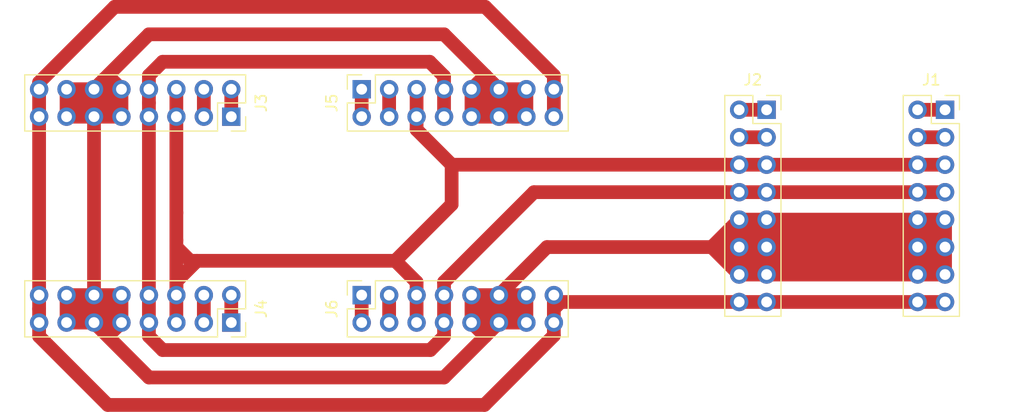
<source format=kicad_pcb>
(kicad_pcb (version 20171130) (host pcbnew "(5.1.0-0)")

  (general
    (thickness 1.6)
    (drawings 0)
    (tracks 122)
    (zones 0)
    (modules 6)
    (nets 17)
  )

  (page A4)
  (layers
    (0 F.Cu signal)
    (31 B.Cu signal)
    (32 B.Adhes user)
    (33 F.Adhes user)
    (34 B.Paste user)
    (35 F.Paste user)
    (36 B.SilkS user)
    (37 F.SilkS user)
    (38 B.Mask user)
    (39 F.Mask user)
    (40 Dwgs.User user)
    (41 Cmts.User user)
    (42 Eco1.User user)
    (43 Eco2.User user)
    (44 Edge.Cuts user)
    (45 Margin user)
    (46 B.CrtYd user)
    (47 F.CrtYd user)
    (48 B.Fab user)
    (49 F.Fab user)
  )

  (setup
    (last_trace_width 0.25)
    (user_trace_width 0.635)
    (user_trace_width 1.27)
    (trace_clearance 0.2)
    (zone_clearance 0.508)
    (zone_45_only no)
    (trace_min 0.2)
    (via_size 0.8)
    (via_drill 0.4)
    (via_min_size 0.4)
    (via_min_drill 0.3)
    (uvia_size 0.3)
    (uvia_drill 0.1)
    (uvias_allowed no)
    (uvia_min_size 0.2)
    (uvia_min_drill 0.1)
    (edge_width 0.05)
    (segment_width 0.2)
    (pcb_text_width 0.3)
    (pcb_text_size 1.5 1.5)
    (mod_edge_width 0.12)
    (mod_text_size 1 1)
    (mod_text_width 0.15)
    (pad_size 1.524 1.524)
    (pad_drill 0.762)
    (pad_to_mask_clearance 0.051)
    (solder_mask_min_width 0.25)
    (aux_axis_origin 0 0)
    (visible_elements FFFFFF7F)
    (pcbplotparams
      (layerselection 0x010fc_ffffffff)
      (usegerberextensions false)
      (usegerberattributes false)
      (usegerberadvancedattributes false)
      (creategerberjobfile false)
      (excludeedgelayer true)
      (linewidth 0.100000)
      (plotframeref false)
      (viasonmask false)
      (mode 1)
      (useauxorigin false)
      (hpglpennumber 1)
      (hpglpenspeed 20)
      (hpglpendiameter 15.000000)
      (psnegative false)
      (psa4output false)
      (plotreference true)
      (plotvalue true)
      (plotinvisibletext false)
      (padsonsilk false)
      (subtractmaskfromsilk false)
      (outputformat 1)
      (mirror false)
      (drillshape 0)
      (scaleselection 1)
      (outputdirectory "gerbers/"))
  )

  (net 0 "")
  (net 1 "Net-(J1-Pad1)")
  (net 2 "Net-(J1-Pad3)")
  (net 3 "Net-(J1-Pad5)")
  (net 4 "Net-(J1-Pad7)")
  (net 5 "Net-(J1-Pad10)")
  (net 6 "Net-(J1-Pad15)")
  (net 7 "Net-(J2-Pad1)")
  (net 8 "Net-(J2-Pad3)")
  (net 9 "Net-(J3-Pad1)")
  (net 10 "Net-(J3-Pad3)")
  (net 11 "Net-(J4-Pad3)")
  (net 12 "Net-(J4-Pad1)")
  (net 13 "Net-(J5-Pad1)")
  (net 14 "Net-(J5-Pad3)")
  (net 15 "Net-(J6-Pad3)")
  (net 16 "Net-(J6-Pad1)")

  (net_class Default "This is the default net class."
    (clearance 0.2)
    (trace_width 0.25)
    (via_dia 0.8)
    (via_drill 0.4)
    (uvia_dia 0.3)
    (uvia_drill 0.1)
    (add_net "Net-(J1-Pad1)")
    (add_net "Net-(J1-Pad10)")
    (add_net "Net-(J1-Pad15)")
    (add_net "Net-(J1-Pad3)")
    (add_net "Net-(J1-Pad5)")
    (add_net "Net-(J1-Pad7)")
    (add_net "Net-(J2-Pad1)")
    (add_net "Net-(J2-Pad3)")
    (add_net "Net-(J3-Pad1)")
    (add_net "Net-(J3-Pad3)")
    (add_net "Net-(J4-Pad1)")
    (add_net "Net-(J4-Pad3)")
    (add_net "Net-(J5-Pad1)")
    (add_net "Net-(J5-Pad3)")
    (add_net "Net-(J6-Pad1)")
    (add_net "Net-(J6-Pad3)")
  )

  (module Connector_PinSocket_2.54mm:PinSocket_2x08_P2.54mm_Vertical (layer F.Cu) (tedit 5A19A42B) (tstamp 5CC1966C)
    (at 101.6 81.28 270)
    (descr "Through hole straight socket strip, 2x08, 2.54mm pitch, double cols (from Kicad 4.0.7), script generated")
    (tags "Through hole socket strip THT 2x08 2.54mm double row")
    (path /5CC28066)
    (fp_text reference J3 (at -1.27 -2.77 270) (layer F.SilkS)
      (effects (font (size 1 1) (thickness 0.15)))
    )
    (fp_text value Conn_02x08_Odd_Even (at -1.27 20.55 270) (layer F.Fab)
      (effects (font (size 1 1) (thickness 0.15)))
    )
    (fp_line (start -3.81 -1.27) (end 0.27 -1.27) (layer F.Fab) (width 0.1))
    (fp_line (start 0.27 -1.27) (end 1.27 -0.27) (layer F.Fab) (width 0.1))
    (fp_line (start 1.27 -0.27) (end 1.27 19.05) (layer F.Fab) (width 0.1))
    (fp_line (start 1.27 19.05) (end -3.81 19.05) (layer F.Fab) (width 0.1))
    (fp_line (start -3.81 19.05) (end -3.81 -1.27) (layer F.Fab) (width 0.1))
    (fp_line (start -3.87 -1.33) (end -1.27 -1.33) (layer F.SilkS) (width 0.12))
    (fp_line (start -3.87 -1.33) (end -3.87 19.11) (layer F.SilkS) (width 0.12))
    (fp_line (start -3.87 19.11) (end 1.33 19.11) (layer F.SilkS) (width 0.12))
    (fp_line (start 1.33 1.27) (end 1.33 19.11) (layer F.SilkS) (width 0.12))
    (fp_line (start -1.27 1.27) (end 1.33 1.27) (layer F.SilkS) (width 0.12))
    (fp_line (start -1.27 -1.33) (end -1.27 1.27) (layer F.SilkS) (width 0.12))
    (fp_line (start 1.33 -1.33) (end 1.33 0) (layer F.SilkS) (width 0.12))
    (fp_line (start 0 -1.33) (end 1.33 -1.33) (layer F.SilkS) (width 0.12))
    (fp_line (start -4.34 -1.8) (end 1.76 -1.8) (layer F.CrtYd) (width 0.05))
    (fp_line (start 1.76 -1.8) (end 1.76 19.55) (layer F.CrtYd) (width 0.05))
    (fp_line (start 1.76 19.55) (end -4.34 19.55) (layer F.CrtYd) (width 0.05))
    (fp_line (start -4.34 19.55) (end -4.34 -1.8) (layer F.CrtYd) (width 0.05))
    (fp_text user %R (at -1.27 8.89) (layer F.Fab)
      (effects (font (size 1 1) (thickness 0.15)))
    )
    (pad 1 thru_hole rect (at 0 0 270) (size 1.7 1.7) (drill 1) (layers *.Cu *.Mask)
      (net 9 "Net-(J3-Pad1)"))
    (pad 2 thru_hole oval (at -2.54 0 270) (size 1.7 1.7) (drill 1) (layers *.Cu *.Mask)
      (net 9 "Net-(J3-Pad1)"))
    (pad 3 thru_hole oval (at 0 2.54 270) (size 1.7 1.7) (drill 1) (layers *.Cu *.Mask)
      (net 10 "Net-(J3-Pad3)"))
    (pad 4 thru_hole oval (at -2.54 2.54 270) (size 1.7 1.7) (drill 1) (layers *.Cu *.Mask)
      (net 10 "Net-(J3-Pad3)"))
    (pad 5 thru_hole oval (at 0 5.08 270) (size 1.7 1.7) (drill 1) (layers *.Cu *.Mask)
      (net 3 "Net-(J1-Pad5)"))
    (pad 6 thru_hole oval (at -2.54 5.08 270) (size 1.7 1.7) (drill 1) (layers *.Cu *.Mask)
      (net 3 "Net-(J1-Pad5)"))
    (pad 7 thru_hole oval (at 0 7.62 270) (size 1.7 1.7) (drill 1) (layers *.Cu *.Mask)
      (net 4 "Net-(J1-Pad7)"))
    (pad 8 thru_hole oval (at -2.54 7.62 270) (size 1.7 1.7) (drill 1) (layers *.Cu *.Mask)
      (net 4 "Net-(J1-Pad7)"))
    (pad 9 thru_hole oval (at 0 10.16 270) (size 1.7 1.7) (drill 1) (layers *.Cu *.Mask)
      (net 5 "Net-(J1-Pad10)"))
    (pad 10 thru_hole oval (at -2.54 10.16 270) (size 1.7 1.7) (drill 1) (layers *.Cu *.Mask)
      (net 5 "Net-(J1-Pad10)"))
    (pad 11 thru_hole oval (at 0 12.7 270) (size 1.7 1.7) (drill 1) (layers *.Cu *.Mask)
      (net 5 "Net-(J1-Pad10)"))
    (pad 12 thru_hole oval (at -2.54 12.7 270) (size 1.7 1.7) (drill 1) (layers *.Cu *.Mask)
      (net 5 "Net-(J1-Pad10)"))
    (pad 13 thru_hole oval (at 0 15.24 270) (size 1.7 1.7) (drill 1) (layers *.Cu *.Mask)
      (net 5 "Net-(J1-Pad10)"))
    (pad 14 thru_hole oval (at -2.54 15.24 270) (size 1.7 1.7) (drill 1) (layers *.Cu *.Mask)
      (net 5 "Net-(J1-Pad10)"))
    (pad 15 thru_hole oval (at 0 17.78 270) (size 1.7 1.7) (drill 1) (layers *.Cu *.Mask)
      (net 6 "Net-(J1-Pad15)"))
    (pad 16 thru_hole oval (at -2.54 17.78 270) (size 1.7 1.7) (drill 1) (layers *.Cu *.Mask)
      (net 6 "Net-(J1-Pad15)"))
    (model ${KISYS3DMOD}/Connector_PinSocket_2.54mm.3dshapes/PinSocket_2x08_P2.54mm_Vertical.wrl
      (at (xyz 0 0 0))
      (scale (xyz 1 1 1))
      (rotate (xyz 0 0 0))
    )
  )

  (module Connector_PinSocket_2.54mm:PinSocket_2x08_P2.54mm_Vertical (layer F.Cu) (tedit 5A19A42B) (tstamp 5CC19692)
    (at 101.6 100.33 270)
    (descr "Through hole straight socket strip, 2x08, 2.54mm pitch, double cols (from Kicad 4.0.7), script generated")
    (tags "Through hole socket strip THT 2x08 2.54mm double row")
    (path /5CC20F9D)
    (fp_text reference J4 (at -1.27 -2.77 270) (layer F.SilkS)
      (effects (font (size 1 1) (thickness 0.15)))
    )
    (fp_text value Conn_02x08_Odd_Even (at -1.27 20.55 270) (layer F.Fab)
      (effects (font (size 1 1) (thickness 0.15)))
    )
    (fp_text user %R (at -1.27 8.89) (layer F.Fab)
      (effects (font (size 1 1) (thickness 0.15)))
    )
    (fp_line (start -4.34 19.55) (end -4.34 -1.8) (layer F.CrtYd) (width 0.05))
    (fp_line (start 1.76 19.55) (end -4.34 19.55) (layer F.CrtYd) (width 0.05))
    (fp_line (start 1.76 -1.8) (end 1.76 19.55) (layer F.CrtYd) (width 0.05))
    (fp_line (start -4.34 -1.8) (end 1.76 -1.8) (layer F.CrtYd) (width 0.05))
    (fp_line (start 0 -1.33) (end 1.33 -1.33) (layer F.SilkS) (width 0.12))
    (fp_line (start 1.33 -1.33) (end 1.33 0) (layer F.SilkS) (width 0.12))
    (fp_line (start -1.27 -1.33) (end -1.27 1.27) (layer F.SilkS) (width 0.12))
    (fp_line (start -1.27 1.27) (end 1.33 1.27) (layer F.SilkS) (width 0.12))
    (fp_line (start 1.33 1.27) (end 1.33 19.11) (layer F.SilkS) (width 0.12))
    (fp_line (start -3.87 19.11) (end 1.33 19.11) (layer F.SilkS) (width 0.12))
    (fp_line (start -3.87 -1.33) (end -3.87 19.11) (layer F.SilkS) (width 0.12))
    (fp_line (start -3.87 -1.33) (end -1.27 -1.33) (layer F.SilkS) (width 0.12))
    (fp_line (start -3.81 19.05) (end -3.81 -1.27) (layer F.Fab) (width 0.1))
    (fp_line (start 1.27 19.05) (end -3.81 19.05) (layer F.Fab) (width 0.1))
    (fp_line (start 1.27 -0.27) (end 1.27 19.05) (layer F.Fab) (width 0.1))
    (fp_line (start 0.27 -1.27) (end 1.27 -0.27) (layer F.Fab) (width 0.1))
    (fp_line (start -3.81 -1.27) (end 0.27 -1.27) (layer F.Fab) (width 0.1))
    (pad 16 thru_hole oval (at -2.54 17.78 270) (size 1.7 1.7) (drill 1) (layers *.Cu *.Mask)
      (net 6 "Net-(J1-Pad15)"))
    (pad 15 thru_hole oval (at 0 17.78 270) (size 1.7 1.7) (drill 1) (layers *.Cu *.Mask)
      (net 6 "Net-(J1-Pad15)"))
    (pad 14 thru_hole oval (at -2.54 15.24 270) (size 1.7 1.7) (drill 1) (layers *.Cu *.Mask)
      (net 5 "Net-(J1-Pad10)"))
    (pad 13 thru_hole oval (at 0 15.24 270) (size 1.7 1.7) (drill 1) (layers *.Cu *.Mask)
      (net 5 "Net-(J1-Pad10)"))
    (pad 12 thru_hole oval (at -2.54 12.7 270) (size 1.7 1.7) (drill 1) (layers *.Cu *.Mask)
      (net 5 "Net-(J1-Pad10)"))
    (pad 11 thru_hole oval (at 0 12.7 270) (size 1.7 1.7) (drill 1) (layers *.Cu *.Mask)
      (net 5 "Net-(J1-Pad10)"))
    (pad 10 thru_hole oval (at -2.54 10.16 270) (size 1.7 1.7) (drill 1) (layers *.Cu *.Mask)
      (net 5 "Net-(J1-Pad10)"))
    (pad 9 thru_hole oval (at 0 10.16 270) (size 1.7 1.7) (drill 1) (layers *.Cu *.Mask)
      (net 5 "Net-(J1-Pad10)"))
    (pad 8 thru_hole oval (at -2.54 7.62 270) (size 1.7 1.7) (drill 1) (layers *.Cu *.Mask)
      (net 4 "Net-(J1-Pad7)"))
    (pad 7 thru_hole oval (at 0 7.62 270) (size 1.7 1.7) (drill 1) (layers *.Cu *.Mask)
      (net 4 "Net-(J1-Pad7)"))
    (pad 6 thru_hole oval (at -2.54 5.08 270) (size 1.7 1.7) (drill 1) (layers *.Cu *.Mask)
      (net 3 "Net-(J1-Pad5)"))
    (pad 5 thru_hole oval (at 0 5.08 270) (size 1.7 1.7) (drill 1) (layers *.Cu *.Mask)
      (net 3 "Net-(J1-Pad5)"))
    (pad 4 thru_hole oval (at -2.54 2.54 270) (size 1.7 1.7) (drill 1) (layers *.Cu *.Mask)
      (net 11 "Net-(J4-Pad3)"))
    (pad 3 thru_hole oval (at 0 2.54 270) (size 1.7 1.7) (drill 1) (layers *.Cu *.Mask)
      (net 11 "Net-(J4-Pad3)"))
    (pad 2 thru_hole oval (at -2.54 0 270) (size 1.7 1.7) (drill 1) (layers *.Cu *.Mask)
      (net 12 "Net-(J4-Pad1)"))
    (pad 1 thru_hole rect (at 0 0 270) (size 1.7 1.7) (drill 1) (layers *.Cu *.Mask)
      (net 12 "Net-(J4-Pad1)"))
    (model ${KISYS3DMOD}/Connector_PinSocket_2.54mm.3dshapes/PinSocket_2x08_P2.54mm_Vertical.wrl
      (at (xyz 0 0 0))
      (scale (xyz 1 1 1))
      (rotate (xyz 0 0 0))
    )
  )

  (module Connector_PinSocket_2.54mm:PinSocket_2x08_P2.54mm_Vertical (layer F.Cu) (tedit 5A19A42B) (tstamp 5CC1ACD9)
    (at 167.64 80.645)
    (descr "Through hole straight socket strip, 2x08, 2.54mm pitch, double cols (from Kicad 4.0.7), script generated")
    (tags "Through hole socket strip THT 2x08 2.54mm double row")
    (path /5CC2B341)
    (fp_text reference J1 (at -1.27 -2.77) (layer F.SilkS)
      (effects (font (size 1 1) (thickness 0.15)))
    )
    (fp_text value Conn_02x08_Odd_Even (at -1.27 20.55) (layer F.Fab)
      (effects (font (size 1 1) (thickness 0.15)))
    )
    (fp_line (start -3.81 -1.27) (end 0.27 -1.27) (layer F.Fab) (width 0.1))
    (fp_line (start 0.27 -1.27) (end 1.27 -0.27) (layer F.Fab) (width 0.1))
    (fp_line (start 1.27 -0.27) (end 1.27 19.05) (layer F.Fab) (width 0.1))
    (fp_line (start 1.27 19.05) (end -3.81 19.05) (layer F.Fab) (width 0.1))
    (fp_line (start -3.81 19.05) (end -3.81 -1.27) (layer F.Fab) (width 0.1))
    (fp_line (start -3.87 -1.33) (end -1.27 -1.33) (layer F.SilkS) (width 0.12))
    (fp_line (start -3.87 -1.33) (end -3.87 19.11) (layer F.SilkS) (width 0.12))
    (fp_line (start -3.87 19.11) (end 1.33 19.11) (layer F.SilkS) (width 0.12))
    (fp_line (start 1.33 1.27) (end 1.33 19.11) (layer F.SilkS) (width 0.12))
    (fp_line (start -1.27 1.27) (end 1.33 1.27) (layer F.SilkS) (width 0.12))
    (fp_line (start -1.27 -1.33) (end -1.27 1.27) (layer F.SilkS) (width 0.12))
    (fp_line (start 1.33 -1.33) (end 1.33 0) (layer F.SilkS) (width 0.12))
    (fp_line (start 0 -1.33) (end 1.33 -1.33) (layer F.SilkS) (width 0.12))
    (fp_line (start -4.34 -1.8) (end 1.76 -1.8) (layer F.CrtYd) (width 0.05))
    (fp_line (start 1.76 -1.8) (end 1.76 19.55) (layer F.CrtYd) (width 0.05))
    (fp_line (start 1.76 19.55) (end -4.34 19.55) (layer F.CrtYd) (width 0.05))
    (fp_line (start -4.34 19.55) (end -4.34 -1.8) (layer F.CrtYd) (width 0.05))
    (fp_text user %R (at -1.27 8.89 90) (layer F.Fab)
      (effects (font (size 1 1) (thickness 0.15)))
    )
    (pad 1 thru_hole rect (at 0 0) (size 1.7 1.7) (drill 1) (layers *.Cu *.Mask)
      (net 1 "Net-(J1-Pad1)"))
    (pad 2 thru_hole oval (at -2.54 0) (size 1.7 1.7) (drill 1) (layers *.Cu *.Mask)
      (net 1 "Net-(J1-Pad1)"))
    (pad 3 thru_hole oval (at 0 2.54) (size 1.7 1.7) (drill 1) (layers *.Cu *.Mask)
      (net 2 "Net-(J1-Pad3)"))
    (pad 4 thru_hole oval (at -2.54 2.54) (size 1.7 1.7) (drill 1) (layers *.Cu *.Mask)
      (net 2 "Net-(J1-Pad3)"))
    (pad 5 thru_hole oval (at 0 5.08) (size 1.7 1.7) (drill 1) (layers *.Cu *.Mask)
      (net 3 "Net-(J1-Pad5)"))
    (pad 6 thru_hole oval (at -2.54 5.08) (size 1.7 1.7) (drill 1) (layers *.Cu *.Mask)
      (net 3 "Net-(J1-Pad5)"))
    (pad 7 thru_hole oval (at 0 7.62) (size 1.7 1.7) (drill 1) (layers *.Cu *.Mask)
      (net 4 "Net-(J1-Pad7)"))
    (pad 8 thru_hole oval (at -2.54 7.62) (size 1.7 1.7) (drill 1) (layers *.Cu *.Mask)
      (net 4 "Net-(J1-Pad7)"))
    (pad 9 thru_hole oval (at 0 10.16) (size 1.7 1.7) (drill 1) (layers *.Cu *.Mask)
      (net 5 "Net-(J1-Pad10)"))
    (pad 10 thru_hole oval (at -2.54 10.16) (size 1.7 1.7) (drill 1) (layers *.Cu *.Mask)
      (net 5 "Net-(J1-Pad10)"))
    (pad 11 thru_hole oval (at 0 12.7) (size 1.7 1.7) (drill 1) (layers *.Cu *.Mask)
      (net 5 "Net-(J1-Pad10)"))
    (pad 12 thru_hole oval (at -2.54 12.7) (size 1.7 1.7) (drill 1) (layers *.Cu *.Mask)
      (net 5 "Net-(J1-Pad10)"))
    (pad 13 thru_hole oval (at 0 15.24) (size 1.7 1.7) (drill 1) (layers *.Cu *.Mask)
      (net 5 "Net-(J1-Pad10)"))
    (pad 14 thru_hole oval (at -2.54 15.24) (size 1.7 1.7) (drill 1) (layers *.Cu *.Mask)
      (net 5 "Net-(J1-Pad10)"))
    (pad 15 thru_hole oval (at 0 17.78) (size 1.7 1.7) (drill 1) (layers *.Cu *.Mask)
      (net 6 "Net-(J1-Pad15)"))
    (pad 16 thru_hole oval (at -2.54 17.78) (size 1.7 1.7) (drill 1) (layers *.Cu *.Mask)
      (net 6 "Net-(J1-Pad15)"))
    (model ${KISYS3DMOD}/Connector_PinSocket_2.54mm.3dshapes/PinSocket_2x08_P2.54mm_Vertical.wrl
      (at (xyz 0 0 0))
      (scale (xyz 1 1 1))
      (rotate (xyz 0 0 0))
    )
  )

  (module Connector_PinSocket_2.54mm:PinSocket_2x08_P2.54mm_Vertical (layer F.Cu) (tedit 5A19A42B) (tstamp 5CC1EB31)
    (at 113.665 78.74 90)
    (descr "Through hole straight socket strip, 2x08, 2.54mm pitch, double cols (from Kicad 4.0.7), script generated")
    (tags "Through hole socket strip THT 2x08 2.54mm double row")
    (path /5CC660E8)
    (fp_text reference J5 (at -1.27 -2.77 90) (layer F.SilkS)
      (effects (font (size 1 1) (thickness 0.15)))
    )
    (fp_text value Conn_02x08_Odd_Even (at -1.27 20.55 90) (layer F.Fab)
      (effects (font (size 1 1) (thickness 0.15)))
    )
    (fp_line (start -3.81 -1.27) (end 0.27 -1.27) (layer F.Fab) (width 0.1))
    (fp_line (start 0.27 -1.27) (end 1.27 -0.27) (layer F.Fab) (width 0.1))
    (fp_line (start 1.27 -0.27) (end 1.27 19.05) (layer F.Fab) (width 0.1))
    (fp_line (start 1.27 19.05) (end -3.81 19.05) (layer F.Fab) (width 0.1))
    (fp_line (start -3.81 19.05) (end -3.81 -1.27) (layer F.Fab) (width 0.1))
    (fp_line (start -3.87 -1.33) (end -1.27 -1.33) (layer F.SilkS) (width 0.12))
    (fp_line (start -3.87 -1.33) (end -3.87 19.11) (layer F.SilkS) (width 0.12))
    (fp_line (start -3.87 19.11) (end 1.33 19.11) (layer F.SilkS) (width 0.12))
    (fp_line (start 1.33 1.27) (end 1.33 19.11) (layer F.SilkS) (width 0.12))
    (fp_line (start -1.27 1.27) (end 1.33 1.27) (layer F.SilkS) (width 0.12))
    (fp_line (start -1.27 -1.33) (end -1.27 1.27) (layer F.SilkS) (width 0.12))
    (fp_line (start 1.33 -1.33) (end 1.33 0) (layer F.SilkS) (width 0.12))
    (fp_line (start 0 -1.33) (end 1.33 -1.33) (layer F.SilkS) (width 0.12))
    (fp_line (start -4.34 -1.8) (end 1.76 -1.8) (layer F.CrtYd) (width 0.05))
    (fp_line (start 1.76 -1.8) (end 1.76 19.55) (layer F.CrtYd) (width 0.05))
    (fp_line (start 1.76 19.55) (end -4.34 19.55) (layer F.CrtYd) (width 0.05))
    (fp_line (start -4.34 19.55) (end -4.34 -1.8) (layer F.CrtYd) (width 0.05))
    (fp_text user %R (at -1.27 8.89 180) (layer F.Fab)
      (effects (font (size 1 1) (thickness 0.15)))
    )
    (pad 1 thru_hole rect (at 0 0 90) (size 1.7 1.7) (drill 1) (layers *.Cu *.Mask)
      (net 13 "Net-(J5-Pad1)"))
    (pad 2 thru_hole oval (at -2.54 0 90) (size 1.7 1.7) (drill 1) (layers *.Cu *.Mask)
      (net 13 "Net-(J5-Pad1)"))
    (pad 3 thru_hole oval (at 0 2.54 90) (size 1.7 1.7) (drill 1) (layers *.Cu *.Mask)
      (net 14 "Net-(J5-Pad3)"))
    (pad 4 thru_hole oval (at -2.54 2.54 90) (size 1.7 1.7) (drill 1) (layers *.Cu *.Mask)
      (net 14 "Net-(J5-Pad3)"))
    (pad 5 thru_hole oval (at 0 5.08 90) (size 1.7 1.7) (drill 1) (layers *.Cu *.Mask)
      (net 3 "Net-(J1-Pad5)"))
    (pad 6 thru_hole oval (at -2.54 5.08 90) (size 1.7 1.7) (drill 1) (layers *.Cu *.Mask)
      (net 3 "Net-(J1-Pad5)"))
    (pad 7 thru_hole oval (at 0 7.62 90) (size 1.7 1.7) (drill 1) (layers *.Cu *.Mask)
      (net 4 "Net-(J1-Pad7)"))
    (pad 8 thru_hole oval (at -2.54 7.62 90) (size 1.7 1.7) (drill 1) (layers *.Cu *.Mask)
      (net 4 "Net-(J1-Pad7)"))
    (pad 9 thru_hole oval (at 0 10.16 90) (size 1.7 1.7) (drill 1) (layers *.Cu *.Mask)
      (net 5 "Net-(J1-Pad10)"))
    (pad 10 thru_hole oval (at -2.54 10.16 90) (size 1.7 1.7) (drill 1) (layers *.Cu *.Mask)
      (net 5 "Net-(J1-Pad10)"))
    (pad 11 thru_hole oval (at 0 12.7 90) (size 1.7 1.7) (drill 1) (layers *.Cu *.Mask)
      (net 5 "Net-(J1-Pad10)"))
    (pad 12 thru_hole oval (at -2.54 12.7 90) (size 1.7 1.7) (drill 1) (layers *.Cu *.Mask)
      (net 5 "Net-(J1-Pad10)"))
    (pad 13 thru_hole oval (at 0 15.24 90) (size 1.7 1.7) (drill 1) (layers *.Cu *.Mask)
      (net 5 "Net-(J1-Pad10)"))
    (pad 14 thru_hole oval (at -2.54 15.24 90) (size 1.7 1.7) (drill 1) (layers *.Cu *.Mask)
      (net 5 "Net-(J1-Pad10)"))
    (pad 15 thru_hole oval (at 0 17.78 90) (size 1.7 1.7) (drill 1) (layers *.Cu *.Mask)
      (net 6 "Net-(J1-Pad15)"))
    (pad 16 thru_hole oval (at -2.54 17.78 90) (size 1.7 1.7) (drill 1) (layers *.Cu *.Mask)
      (net 6 "Net-(J1-Pad15)"))
    (model ${KISYS3DMOD}/Connector_PinSocket_2.54mm.3dshapes/PinSocket_2x08_P2.54mm_Vertical.wrl
      (at (xyz 0 0 0))
      (scale (xyz 1 1 1))
      (rotate (xyz 0 0 0))
    )
  )

  (module Connector_PinSocket_2.54mm:PinSocket_2x08_P2.54mm_Vertical (layer F.Cu) (tedit 5A19A42B) (tstamp 5CC196DE)
    (at 113.665 97.79 90)
    (descr "Through hole straight socket strip, 2x08, 2.54mm pitch, double cols (from Kicad 4.0.7), script generated")
    (tags "Through hole socket strip THT 2x08 2.54mm double row")
    (path /5CC6612A)
    (fp_text reference J6 (at -1.27 -2.77 90) (layer F.SilkS)
      (effects (font (size 1 1) (thickness 0.15)))
    )
    (fp_text value Conn_02x08_Odd_Even (at -1.27 20.55 90) (layer F.Fab)
      (effects (font (size 1 1) (thickness 0.15)))
    )
    (fp_text user %R (at -1.27 8.89 180) (layer F.Fab)
      (effects (font (size 1 1) (thickness 0.15)))
    )
    (fp_line (start -4.34 19.55) (end -4.34 -1.8) (layer F.CrtYd) (width 0.05))
    (fp_line (start 1.76 19.55) (end -4.34 19.55) (layer F.CrtYd) (width 0.05))
    (fp_line (start 1.76 -1.8) (end 1.76 19.55) (layer F.CrtYd) (width 0.05))
    (fp_line (start -4.34 -1.8) (end 1.76 -1.8) (layer F.CrtYd) (width 0.05))
    (fp_line (start 0 -1.33) (end 1.33 -1.33) (layer F.SilkS) (width 0.12))
    (fp_line (start 1.33 -1.33) (end 1.33 0) (layer F.SilkS) (width 0.12))
    (fp_line (start -1.27 -1.33) (end -1.27 1.27) (layer F.SilkS) (width 0.12))
    (fp_line (start -1.27 1.27) (end 1.33 1.27) (layer F.SilkS) (width 0.12))
    (fp_line (start 1.33 1.27) (end 1.33 19.11) (layer F.SilkS) (width 0.12))
    (fp_line (start -3.87 19.11) (end 1.33 19.11) (layer F.SilkS) (width 0.12))
    (fp_line (start -3.87 -1.33) (end -3.87 19.11) (layer F.SilkS) (width 0.12))
    (fp_line (start -3.87 -1.33) (end -1.27 -1.33) (layer F.SilkS) (width 0.12))
    (fp_line (start -3.81 19.05) (end -3.81 -1.27) (layer F.Fab) (width 0.1))
    (fp_line (start 1.27 19.05) (end -3.81 19.05) (layer F.Fab) (width 0.1))
    (fp_line (start 1.27 -0.27) (end 1.27 19.05) (layer F.Fab) (width 0.1))
    (fp_line (start 0.27 -1.27) (end 1.27 -0.27) (layer F.Fab) (width 0.1))
    (fp_line (start -3.81 -1.27) (end 0.27 -1.27) (layer F.Fab) (width 0.1))
    (pad 16 thru_hole oval (at -2.54 17.78 90) (size 1.7 1.7) (drill 1) (layers *.Cu *.Mask)
      (net 6 "Net-(J1-Pad15)"))
    (pad 15 thru_hole oval (at 0 17.78 90) (size 1.7 1.7) (drill 1) (layers *.Cu *.Mask)
      (net 6 "Net-(J1-Pad15)"))
    (pad 14 thru_hole oval (at -2.54 15.24 90) (size 1.7 1.7) (drill 1) (layers *.Cu *.Mask)
      (net 5 "Net-(J1-Pad10)"))
    (pad 13 thru_hole oval (at 0 15.24 90) (size 1.7 1.7) (drill 1) (layers *.Cu *.Mask)
      (net 5 "Net-(J1-Pad10)"))
    (pad 12 thru_hole oval (at -2.54 12.7 90) (size 1.7 1.7) (drill 1) (layers *.Cu *.Mask)
      (net 5 "Net-(J1-Pad10)"))
    (pad 11 thru_hole oval (at 0 12.7 90) (size 1.7 1.7) (drill 1) (layers *.Cu *.Mask)
      (net 5 "Net-(J1-Pad10)"))
    (pad 10 thru_hole oval (at -2.54 10.16 90) (size 1.7 1.7) (drill 1) (layers *.Cu *.Mask)
      (net 5 "Net-(J1-Pad10)"))
    (pad 9 thru_hole oval (at 0 10.16 90) (size 1.7 1.7) (drill 1) (layers *.Cu *.Mask)
      (net 5 "Net-(J1-Pad10)"))
    (pad 8 thru_hole oval (at -2.54 7.62 90) (size 1.7 1.7) (drill 1) (layers *.Cu *.Mask)
      (net 4 "Net-(J1-Pad7)"))
    (pad 7 thru_hole oval (at 0 7.62 90) (size 1.7 1.7) (drill 1) (layers *.Cu *.Mask)
      (net 4 "Net-(J1-Pad7)"))
    (pad 6 thru_hole oval (at -2.54 5.08 90) (size 1.7 1.7) (drill 1) (layers *.Cu *.Mask)
      (net 3 "Net-(J1-Pad5)"))
    (pad 5 thru_hole oval (at 0 5.08 90) (size 1.7 1.7) (drill 1) (layers *.Cu *.Mask)
      (net 3 "Net-(J1-Pad5)"))
    (pad 4 thru_hole oval (at -2.54 2.54 90) (size 1.7 1.7) (drill 1) (layers *.Cu *.Mask)
      (net 15 "Net-(J6-Pad3)"))
    (pad 3 thru_hole oval (at 0 2.54 90) (size 1.7 1.7) (drill 1) (layers *.Cu *.Mask)
      (net 15 "Net-(J6-Pad3)"))
    (pad 2 thru_hole oval (at -2.54 0 90) (size 1.7 1.7) (drill 1) (layers *.Cu *.Mask)
      (net 16 "Net-(J6-Pad1)"))
    (pad 1 thru_hole rect (at 0 0 90) (size 1.7 1.7) (drill 1) (layers *.Cu *.Mask)
      (net 16 "Net-(J6-Pad1)"))
    (model ${KISYS3DMOD}/Connector_PinSocket_2.54mm.3dshapes/PinSocket_2x08_P2.54mm_Vertical.wrl
      (at (xyz 0 0 0))
      (scale (xyz 1 1 1))
      (rotate (xyz 0 0 0))
    )
  )

  (module Connector_PinSocket_2.54mm:PinSocket_2x08_P2.54mm_Vertical (layer F.Cu) (tedit 5A19A42B) (tstamp 5CC1E93F)
    (at 151.13 80.645)
    (descr "Through hole straight socket strip, 2x08, 2.54mm pitch, double cols (from Kicad 4.0.7), script generated")
    (tags "Through hole socket strip THT 2x08 2.54mm double row")
    (path /5CC2B337)
    (fp_text reference J2 (at -1.27 -2.77) (layer F.SilkS)
      (effects (font (size 1 1) (thickness 0.15)))
    )
    (fp_text value Conn_02x08_Odd_Even (at -1.27 20.55) (layer F.Fab)
      (effects (font (size 1 1) (thickness 0.15)))
    )
    (fp_line (start -3.81 -1.27) (end 0.27 -1.27) (layer F.Fab) (width 0.1))
    (fp_line (start 0.27 -1.27) (end 1.27 -0.27) (layer F.Fab) (width 0.1))
    (fp_line (start 1.27 -0.27) (end 1.27 19.05) (layer F.Fab) (width 0.1))
    (fp_line (start 1.27 19.05) (end -3.81 19.05) (layer F.Fab) (width 0.1))
    (fp_line (start -3.81 19.05) (end -3.81 -1.27) (layer F.Fab) (width 0.1))
    (fp_line (start -3.87 -1.33) (end -1.27 -1.33) (layer F.SilkS) (width 0.12))
    (fp_line (start -3.87 -1.33) (end -3.87 19.11) (layer F.SilkS) (width 0.12))
    (fp_line (start -3.87 19.11) (end 1.33 19.11) (layer F.SilkS) (width 0.12))
    (fp_line (start 1.33 1.27) (end 1.33 19.11) (layer F.SilkS) (width 0.12))
    (fp_line (start -1.27 1.27) (end 1.33 1.27) (layer F.SilkS) (width 0.12))
    (fp_line (start -1.27 -1.33) (end -1.27 1.27) (layer F.SilkS) (width 0.12))
    (fp_line (start 1.33 -1.33) (end 1.33 0) (layer F.SilkS) (width 0.12))
    (fp_line (start 0 -1.33) (end 1.33 -1.33) (layer F.SilkS) (width 0.12))
    (fp_line (start -4.34 -1.8) (end 1.76 -1.8) (layer F.CrtYd) (width 0.05))
    (fp_line (start 1.76 -1.8) (end 1.76 19.55) (layer F.CrtYd) (width 0.05))
    (fp_line (start 1.76 19.55) (end -4.34 19.55) (layer F.CrtYd) (width 0.05))
    (fp_line (start -4.34 19.55) (end -4.34 -1.8) (layer F.CrtYd) (width 0.05))
    (fp_text user %R (at -1.27 8.89 90) (layer F.Fab)
      (effects (font (size 1 1) (thickness 0.15)))
    )
    (pad 1 thru_hole rect (at 0 0) (size 1.7 1.7) (drill 1) (layers *.Cu *.Mask)
      (net 7 "Net-(J2-Pad1)"))
    (pad 2 thru_hole oval (at -2.54 0) (size 1.7 1.7) (drill 1) (layers *.Cu *.Mask)
      (net 7 "Net-(J2-Pad1)"))
    (pad 3 thru_hole oval (at 0 2.54) (size 1.7 1.7) (drill 1) (layers *.Cu *.Mask)
      (net 8 "Net-(J2-Pad3)"))
    (pad 4 thru_hole oval (at -2.54 2.54) (size 1.7 1.7) (drill 1) (layers *.Cu *.Mask)
      (net 8 "Net-(J2-Pad3)"))
    (pad 5 thru_hole oval (at 0 5.08) (size 1.7 1.7) (drill 1) (layers *.Cu *.Mask)
      (net 3 "Net-(J1-Pad5)"))
    (pad 6 thru_hole oval (at -2.54 5.08) (size 1.7 1.7) (drill 1) (layers *.Cu *.Mask)
      (net 3 "Net-(J1-Pad5)"))
    (pad 7 thru_hole oval (at 0 7.62) (size 1.7 1.7) (drill 1) (layers *.Cu *.Mask)
      (net 4 "Net-(J1-Pad7)"))
    (pad 8 thru_hole oval (at -2.54 7.62) (size 1.7 1.7) (drill 1) (layers *.Cu *.Mask)
      (net 4 "Net-(J1-Pad7)"))
    (pad 9 thru_hole oval (at 0 10.16) (size 1.7 1.7) (drill 1) (layers *.Cu *.Mask)
      (net 5 "Net-(J1-Pad10)"))
    (pad 10 thru_hole oval (at -2.54 10.16) (size 1.7 1.7) (drill 1) (layers *.Cu *.Mask)
      (net 5 "Net-(J1-Pad10)"))
    (pad 11 thru_hole oval (at 0 12.7) (size 1.7 1.7) (drill 1) (layers *.Cu *.Mask)
      (net 5 "Net-(J1-Pad10)"))
    (pad 12 thru_hole oval (at -2.54 12.7) (size 1.7 1.7) (drill 1) (layers *.Cu *.Mask)
      (net 5 "Net-(J1-Pad10)"))
    (pad 13 thru_hole oval (at 0 15.24) (size 1.7 1.7) (drill 1) (layers *.Cu *.Mask)
      (net 5 "Net-(J1-Pad10)"))
    (pad 14 thru_hole oval (at -2.54 15.24) (size 1.7 1.7) (drill 1) (layers *.Cu *.Mask)
      (net 5 "Net-(J1-Pad10)"))
    (pad 15 thru_hole oval (at 0 17.78) (size 1.7 1.7) (drill 1) (layers *.Cu *.Mask)
      (net 6 "Net-(J1-Pad15)"))
    (pad 16 thru_hole oval (at -2.54 17.78) (size 1.7 1.7) (drill 1) (layers *.Cu *.Mask)
      (net 6 "Net-(J1-Pad15)"))
    (model ${KISYS3DMOD}/Connector_PinSocket_2.54mm.3dshapes/PinSocket_2x08_P2.54mm_Vertical.wrl
      (at (xyz 0 0 0))
      (scale (xyz 1 1 1))
      (rotate (xyz 0 0 0))
    )
  )

  (segment (start 165.1 80.645) (end 167.64 80.645) (width 1.27) (layer F.Cu) (net 1))
  (segment (start 165.1 83.185) (end 167.64 83.185) (width 1.27) (layer F.Cu) (net 2))
  (segment (start 165.1 85.725) (end 167.64 85.725) (width 1.27) (layer F.Cu) (net 3))
  (segment (start 148.59 85.725) (end 151.13 85.725) (width 1.27) (layer F.Cu) (net 3))
  (segment (start 96.52 78.74) (end 96.52 81.28) (width 1.27) (layer F.Cu) (net 3))
  (segment (start 96.52 97.79) (end 96.52 100.33) (width 1.27) (layer F.Cu) (net 3))
  (segment (start 118.745 78.74) (end 118.745 81.28) (width 1.27) (layer F.Cu) (net 3))
  (segment (start 118.745 97.79) (end 118.745 100.33) (width 1.27) (layer F.Cu) (net 3))
  (segment (start 96.52 90.17) (end 96.52 81.28) (width 1.27) (layer F.Cu) (net 3))
  (segment (start 96.52 92.71) (end 96.52 90.17) (width 1.27) (layer F.Cu) (net 3))
  (segment (start 147.387919 85.725) (end 148.59 85.725) (width 1.27) (layer F.Cu) (net 3))
  (segment (start 118.745 82.482081) (end 121.987919 85.725) (width 1.27) (layer F.Cu) (net 3))
  (segment (start 121.987919 85.725) (end 147.387919 85.725) (width 1.27) (layer F.Cu) (net 3))
  (segment (start 118.745 81.28) (end 118.745 82.482081) (width 1.27) (layer F.Cu) (net 3))
  (segment (start 96.52 96.52) (end 96.52 97.79) (width 1.27) (layer F.Cu) (net 3))
  (segment (start 98.425 94.615) (end 96.52 96.52) (width 1.27) (layer F.Cu) (net 3))
  (segment (start 116.772081 94.615) (end 98.425 94.615) (width 1.27) (layer F.Cu) (net 3))
  (segment (start 118.745 96.587919) (end 116.772081 94.615) (width 1.27) (layer F.Cu) (net 3))
  (segment (start 118.745 97.79) (end 118.745 96.587919) (width 1.27) (layer F.Cu) (net 3))
  (segment (start 97.79 94.615) (end 96.52 93.345) (width 1.27) (layer F.Cu) (net 3))
  (segment (start 96.52 93.345) (end 96.52 92.71) (width 1.27) (layer F.Cu) (net 3))
  (segment (start 98.425 94.615) (end 97.79 94.615) (width 1.27) (layer F.Cu) (net 3))
  (segment (start 96.52 97.79) (end 96.52 93.345) (width 1.27) (layer F.Cu) (net 3))
  (segment (start 121.987919 89.399162) (end 116.772081 94.615) (width 1.27) (layer F.Cu) (net 3))
  (segment (start 121.987919 85.725) (end 121.987919 89.399162) (width 1.27) (layer F.Cu) (net 3))
  (segment (start 151.13 85.725) (end 165.1 85.725) (width 1.27) (layer F.Cu) (net 3))
  (segment (start 167.64 88.265) (end 148.59 88.265) (width 1.27) (layer F.Cu) (net 4))
  (segment (start 121.285 77.537919) (end 119.947081 76.2) (width 1.27) (layer F.Cu) (net 4))
  (segment (start 121.285 78.74) (end 121.285 77.537919) (width 1.27) (layer F.Cu) (net 4))
  (segment (start 93.98 78.74) (end 93.98 77.47) (width 1.27) (layer F.Cu) (net 4))
  (segment (start 93.98 77.47) (end 95.25 76.2) (width 1.27) (layer F.Cu) (net 4))
  (segment (start 95.25 76.2) (end 119.947081 76.2) (width 1.27) (layer F.Cu) (net 4))
  (segment (start 121.285 78.74) (end 121.285 81.28) (width 1.27) (layer F.Cu) (net 4))
  (segment (start 121.285 97.79) (end 121.285 100.33) (width 1.27) (layer F.Cu) (net 4))
  (segment (start 93.98 101.6) (end 93.98 100.33) (width 1.27) (layer F.Cu) (net 4))
  (segment (start 120.015 102.87) (end 95.25 102.87) (width 1.27) (layer F.Cu) (net 4))
  (segment (start 95.25 102.87) (end 93.98 101.6) (width 1.27) (layer F.Cu) (net 4))
  (segment (start 121.285 101.6) (end 120.015 102.87) (width 1.27) (layer F.Cu) (net 4))
  (segment (start 121.285 100.33) (end 121.285 101.6) (width 1.27) (layer F.Cu) (net 4))
  (segment (start 93.98 80.01) (end 93.98 78.74) (width 1.27) (layer F.Cu) (net 4))
  (segment (start 93.98 100.33) (end 93.98 80.01) (width 1.27) (layer F.Cu) (net 4))
  (segment (start 147.387919 88.265) (end 148.59 88.265) (width 1.27) (layer F.Cu) (net 4))
  (segment (start 121.285 96.587919) (end 129.607919 88.265) (width 1.27) (layer F.Cu) (net 4))
  (segment (start 129.607919 88.265) (end 147.387919 88.265) (width 1.27) (layer F.Cu) (net 4))
  (segment (start 121.285 97.79) (end 121.285 96.587919) (width 1.27) (layer F.Cu) (net 4))
  (segment (start 167.64 90.805) (end 148.59 90.805) (width 1.27) (layer F.Cu) (net 5))
  (segment (start 167.64 95.885) (end 148.59 95.885) (width 1.27) (layer F.Cu) (net 5))
  (segment (start 167.64 90.805) (end 167.64 95.885) (width 1.27) (layer F.Cu) (net 5))
  (segment (start 88.9 100.33) (end 86.36 100.33) (width 1.27) (layer F.Cu) (net 5))
  (segment (start 86.36 100.33) (end 86.36 97.79) (width 1.27) (layer F.Cu) (net 5))
  (segment (start 86.36 97.79) (end 88.9 97.79) (width 1.27) (layer F.Cu) (net 5))
  (segment (start 88.9 97.79) (end 91.44 97.79) (width 1.27) (layer F.Cu) (net 5))
  (segment (start 91.44 97.79) (end 91.44 100.33) (width 1.27) (layer F.Cu) (net 5))
  (segment (start 91.44 100.33) (end 88.9 100.33) (width 1.27) (layer F.Cu) (net 5))
  (segment (start 88.9 81.28) (end 86.36 81.28) (width 1.27) (layer F.Cu) (net 5))
  (segment (start 86.36 81.28) (end 86.36 78.74) (width 1.27) (layer F.Cu) (net 5))
  (segment (start 86.36 78.74) (end 88.9 78.74) (width 1.27) (layer F.Cu) (net 5))
  (segment (start 88.9 78.74) (end 91.44 78.74) (width 1.27) (layer F.Cu) (net 5))
  (segment (start 91.44 78.74) (end 91.44 81.28) (width 1.27) (layer F.Cu) (net 5))
  (segment (start 91.44 81.28) (end 88.9 81.28) (width 1.27) (layer F.Cu) (net 5))
  (segment (start 126.365 78.74) (end 123.825 78.74) (width 1.27) (layer F.Cu) (net 5))
  (segment (start 123.825 78.74) (end 123.825 81.28) (width 1.27) (layer F.Cu) (net 5))
  (segment (start 123.825 81.28) (end 126.365 81.28) (width 1.27) (layer F.Cu) (net 5))
  (segment (start 126.365 81.28) (end 128.905 81.28) (width 1.27) (layer F.Cu) (net 5))
  (segment (start 128.905 81.28) (end 128.905 78.74) (width 1.27) (layer F.Cu) (net 5))
  (segment (start 128.905 78.74) (end 127 78.74) (width 1.27) (layer F.Cu) (net 5))
  (segment (start 128.905 97.79) (end 123.825 97.79) (width 1.27) (layer F.Cu) (net 5))
  (segment (start 123.825 97.79) (end 123.825 100.33) (width 1.27) (layer F.Cu) (net 5))
  (segment (start 123.825 100.33) (end 128.905 100.33) (width 1.27) (layer F.Cu) (net 5))
  (segment (start 128.905 100.33) (end 128.905 97.79) (width 1.27) (layer F.Cu) (net 5))
  (segment (start 148.59 95.885) (end 146.05 93.345) (width 1.27) (layer F.Cu) (net 5))
  (segment (start 147.740001 91.654999) (end 146.05 93.345) (width 1.27) (layer F.Cu) (net 5))
  (segment (start 148.59 90.805) (end 147.740001 91.654999) (width 1.27) (layer F.Cu) (net 5))
  (segment (start 90.4875 77.7875) (end 89.8525 77.7875) (width 1.27) (layer F.Cu) (net 5))
  (segment (start 91.44 78.74) (end 90.4875 77.7875) (width 1.27) (layer F.Cu) (net 5))
  (segment (start 89.8525 77.7875) (end 88.9 78.74) (width 1.27) (layer F.Cu) (net 5))
  (segment (start 91.44 100.33) (end 90.590001 101.179999) (width 1.27) (layer F.Cu) (net 5))
  (segment (start 123.825 100.33) (end 125.095 101.6) (width 1.27) (layer F.Cu) (net 5))
  (segment (start 126.365 100.33) (end 125.095 101.6) (width 1.27) (layer F.Cu) (net 5))
  (segment (start 123.825 78.74) (end 125.095 77.47) (width 1.27) (layer F.Cu) (net 5))
  (segment (start 126.365 78.74) (end 125.095 77.47) (width 1.27) (layer F.Cu) (net 5))
  (segment (start 127.214999 96.940001) (end 126.365 97.79) (width 1.27) (layer F.Cu) (net 5))
  (segment (start 130.81 93.345) (end 127.214999 96.940001) (width 1.27) (layer F.Cu) (net 5))
  (segment (start 146.05 93.345) (end 130.81 93.345) (width 1.27) (layer F.Cu) (net 5))
  (segment (start 89.749999 101.179999) (end 88.9 100.33) (width 1.27) (layer F.Cu) (net 5))
  (segment (start 93.98 105.41) (end 89.749999 101.179999) (width 1.27) (layer F.Cu) (net 5))
  (segment (start 121.285 105.41) (end 93.98 105.41) (width 1.27) (layer F.Cu) (net 5))
  (segment (start 125.095 101.6) (end 121.285 105.41) (width 1.27) (layer F.Cu) (net 5))
  (segment (start 93.98 73.66) (end 89.8525 77.7875) (width 1.27) (layer F.Cu) (net 5))
  (segment (start 121.285 73.66) (end 93.98 73.66) (width 1.27) (layer F.Cu) (net 5))
  (segment (start 125.095 77.47) (end 121.285 73.66) (width 1.27) (layer F.Cu) (net 5))
  (segment (start 88.9 82.55) (end 88.9 81.28) (width 1.27) (layer F.Cu) (net 5))
  (segment (start 88.9 97.79) (end 88.9 82.55) (width 1.27) (layer F.Cu) (net 5))
  (segment (start 167.64 98.425) (end 148.59 98.425) (width 1.27) (layer F.Cu) (net 6))
  (segment (start 131.445 78.74) (end 131.445 81.28) (width 1.27) (layer F.Cu) (net 6))
  (segment (start 83.82 101.6) (end 83.82 100.33) (width 1.27) (layer F.Cu) (net 6))
  (segment (start 125.027081 107.95) (end 90.17 107.95) (width 1.27) (layer F.Cu) (net 6))
  (segment (start 131.445 101.532081) (end 125.027081 107.95) (width 1.27) (layer F.Cu) (net 6))
  (segment (start 90.17 107.95) (end 83.82 101.6) (width 1.27) (layer F.Cu) (net 6))
  (segment (start 131.445 100.33) (end 131.445 101.532081) (width 1.27) (layer F.Cu) (net 6))
  (segment (start 83.82 78.105) (end 83.82 78.74) (width 1.27) (layer F.Cu) (net 6))
  (segment (start 125.095 71.12) (end 90.805 71.12) (width 1.27) (layer F.Cu) (net 6))
  (segment (start 90.805 71.12) (end 83.82 78.105) (width 1.27) (layer F.Cu) (net 6))
  (segment (start 131.445 77.47) (end 125.095 71.12) (width 1.27) (layer F.Cu) (net 6))
  (segment (start 131.445 78.74) (end 131.445 77.47) (width 1.27) (layer F.Cu) (net 6))
  (segment (start 132.08 98.425) (end 131.445 99.06) (width 1.27) (layer F.Cu) (net 6))
  (segment (start 131.445 99.06) (end 131.445 97.79) (width 1.27) (layer F.Cu) (net 6))
  (segment (start 148.59 98.425) (end 132.08 98.425) (width 1.27) (layer F.Cu) (net 6))
  (segment (start 131.445 100.33) (end 131.445 99.06) (width 1.27) (layer F.Cu) (net 6))
  (segment (start 83.82 99.06) (end 83.82 100.33) (width 1.27) (layer F.Cu) (net 6))
  (segment (start 83.82 78.74) (end 83.82 99.06) (width 1.27) (layer F.Cu) (net 6))
  (segment (start 148.59 80.645) (end 151.13 80.645) (width 1.27) (layer F.Cu) (net 7))
  (segment (start 148.59 83.185) (end 151.13 83.185) (width 1.27) (layer F.Cu) (net 8))
  (segment (start 101.6 78.74) (end 101.6 81.28) (width 1.27) (layer F.Cu) (net 9))
  (segment (start 99.06 78.74) (end 99.06 81.28) (width 1.27) (layer F.Cu) (net 10))
  (segment (start 99.06 97.79) (end 99.06 100.33) (width 1.27) (layer F.Cu) (net 11))
  (segment (start 101.6 97.79) (end 101.6 100.33) (width 1.27) (layer F.Cu) (net 12))
  (segment (start 113.665 78.74) (end 113.665 81.28) (width 1.27) (layer F.Cu) (net 13))
  (segment (start 116.205 78.74) (end 116.205 81.28) (width 1.27) (layer F.Cu) (net 14))
  (segment (start 116.205 100.33) (end 116.158802 100.33) (width 1.27) (layer F.Cu) (net 15))
  (segment (start 116.205 97.79) (end 116.205 100.33) (width 1.27) (layer F.Cu) (net 15))
  (segment (start 113.665 97.79) (end 113.665 100.33) (width 1.27) (layer F.Cu) (net 16))

  (zone (net 5) (net_name "Net-(J1-Pad10)") (layer F.Cu) (tstamp 5CE61ECC) (hatch edge 0.508)
    (connect_pads yes (clearance 0.508))
    (min_thickness 0.254)
    (fill yes (arc_segments 32) (thermal_gap 0.508) (thermal_bridge_width 0.508))
    (polygon
      (pts
        (xy 167.64 95.885) (xy 147.955 95.885) (xy 146.685 93.345) (xy 147.955 90.805) (xy 167.64 90.805)
      )
    )
    (filled_polygon
      (pts
        (xy 167.513 95.758) (xy 148.03349 95.758) (xy 146.82699 93.345) (xy 148.03349 90.932) (xy 167.513 90.932)
      )
    )
  )
  (zone (net 5) (net_name "Net-(J1-Pad10)") (layer F.Cu) (tstamp 5CE61EC9) (hatch edge 0.508)
    (connect_pads yes (clearance 0.508))
    (min_thickness 0.254)
    (fill yes (arc_segments 32) (thermal_gap 0.508) (thermal_bridge_width 0.508))
    (polygon
      (pts
        (xy 123.825 97.79) (xy 123.825 100.33) (xy 128.905 100.33) (xy 128.905 97.79)
      )
    )
    (filled_polygon
      (pts
        (xy 128.778 100.203) (xy 123.952 100.203) (xy 123.952 97.917) (xy 128.778 97.917)
      )
    )
  )
  (zone (net 5) (net_name "Net-(J1-Pad10)") (layer F.Cu) (tstamp 5CE61EC6) (hatch edge 0.508)
    (connect_pads yes (clearance 0.508))
    (min_thickness 0.254)
    (fill yes (arc_segments 32) (thermal_gap 0.508) (thermal_bridge_width 0.508))
    (polygon
      (pts
        (xy 86.36 97.79) (xy 86.36 100.33) (xy 91.44 100.33) (xy 91.44 97.79)
      )
    )
    (filled_polygon
      (pts
        (xy 91.313 100.203) (xy 86.487 100.203) (xy 86.487 97.917) (xy 91.313 97.917)
      )
    )
  )
  (zone (net 5) (net_name "Net-(J1-Pad10)") (layer F.Cu) (tstamp 5CE61EC3) (hatch edge 0.508)
    (connect_pads yes (clearance 0.508))
    (min_thickness 0.254)
    (fill yes (arc_segments 32) (thermal_gap 0.508) (thermal_bridge_width 0.508))
    (polygon
      (pts
        (xy 91.44 81.28) (xy 91.44 78.74) (xy 86.36 78.74) (xy 86.36 81.28)
      )
    )
    (filled_polygon
      (pts
        (xy 91.313 81.153) (xy 86.487 81.153) (xy 86.487 78.867) (xy 91.313 78.867)
      )
    )
  )
  (zone (net 5) (net_name "Net-(J1-Pad10)") (layer F.Cu) (tstamp 5CE61EC0) (hatch edge 0.508)
    (connect_pads yes (clearance 0.508))
    (min_thickness 0.254)
    (fill yes (arc_segments 32) (thermal_gap 0.508) (thermal_bridge_width 0.508))
    (polygon
      (pts
        (xy 123.825 78.74) (xy 123.825 81.28) (xy 128.905 81.28) (xy 128.905 78.74)
      )
    )
    (filled_polygon
      (pts
        (xy 128.778 81.153) (xy 123.952 81.153) (xy 123.952 78.867) (xy 128.778 78.867)
      )
    )
  )
)

</source>
